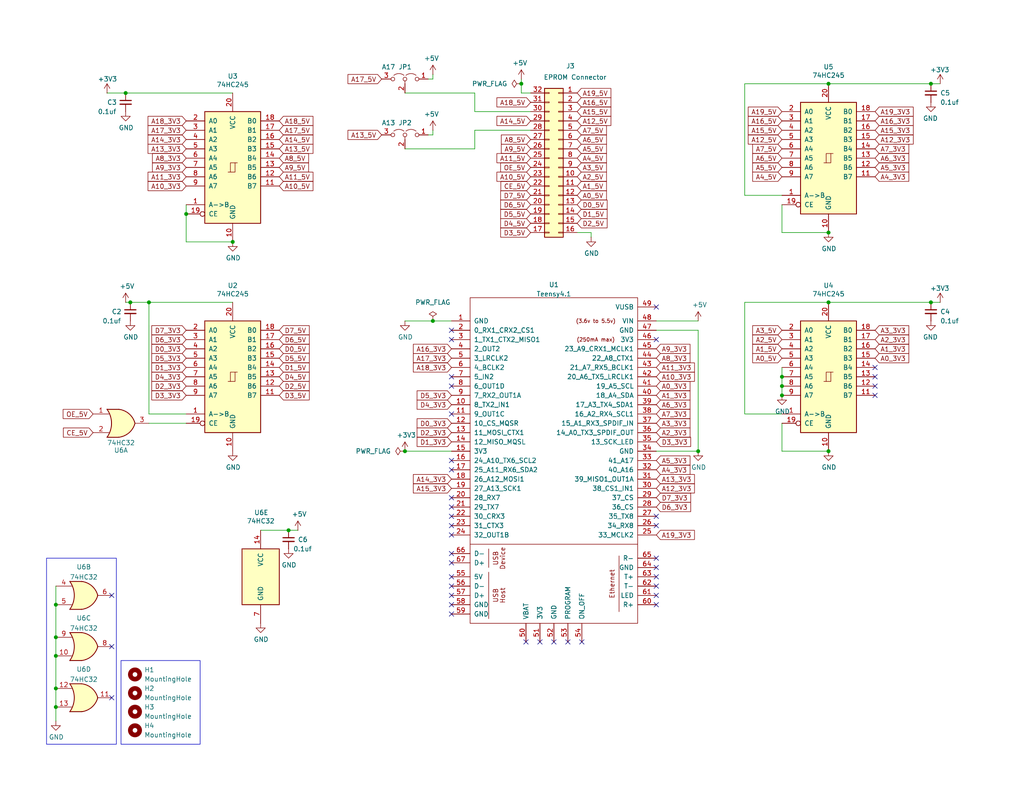
<source format=kicad_sch>
(kicad_sch (version 20231120) (generator "eeschema") (generator_version "8.0")
  (paper "USLetter")
  (title_block (title "EPROM Emulator") (date "2024-08-17") (rev "D") (company "Brian Peek"))
  (lib_symbols
    (symbol "74xx:74HC245" (pin_names (offset 1.016))
      (property "Reference" "U" (at -7.62 16.51 0))
      (property "Value" "74HC245" (at -7.62 -16.51 0))
      (symbol "74HC245_1_0"
        (pin input line (at -12.7 -10.16 0) (length 5.08) (name "A->B") (number "1"))
        (pin power_in line (at 0 -20.32 90) (length 5.08) (name "GND") (number "10"))
        (pin tri_state line (at 12.7 -5.08 180) (length 5.08) (name "B7") (number "11"))
        (pin tri_state line (at 12.7 -2.54 180) (length 5.08) (name "B6") (number "12"))
        (pin tri_state line (at 12.7 0 180) (length 5.08) (name "B5") (number "13"))
        (pin tri_state line (at 12.7 2.54 180) (length 5.08) (name "B4") (number "14"))
        (pin tri_state line (at 12.7 5.08 180) (length 5.08) (name "B3") (number "15"))
        (pin tri_state line (at 12.7 7.62 180) (length 5.08) (name "B2") (number "16"))
        (pin tri_state line (at 12.7 10.16 180) (length 5.08) (name "B1") (number "17"))
        (pin tri_state line (at 12.7 12.7 180) (length 5.08) (name "B0") (number "18"))
        (pin input inverted (at -12.7 -12.7 0) (length 5.08) (name "CE") (number "19"))
        (pin tri_state line (at -12.7 12.7 0) (length 5.08) (name "A0") (number "2"))
        (pin power_in line (at 0 20.32 270) (length 5.08) (name "VCC") (number "20"))
        (pin tri_state line (at -12.7 10.16 0) (length 5.08) (name "A1") (number "3"))
        (pin tri_state line (at -12.7 7.62 0) (length 5.08) (name "A2") (number "4"))
        (pin tri_state line (at -12.7 5.08 0) (length 5.08) (name "A3") (number "5"))
        (pin tri_state line (at -12.7 2.54 0) (length 5.08) (name "A4") (number "6"))
        (pin tri_state line (at -12.7 0 0) (length 5.08) (name "A5") (number "7"))
        (pin tri_state line (at -12.7 -2.54 0) (length 5.08) (name "A6") (number "8"))
        (pin tri_state line (at -12.7 -5.08 0) (length 5.08) (name "A7") (number "9"))
      )
    )
    (symbol "74xx:74LS32" (pin_names (offset 1.016))
      (property "Reference" "U" (at 0 1.27 0))
      (property "Value" "74LS32" (at 0 -1.27 0))
      (symbol "74LS32_1_1"
        (pin input line (at -7.62 2.54 0) (length 4.318) (name "~") (number "1"))
        (pin input line (at -7.62 -2.54 0) (length 4.318) (name "~") (number "2"))
        (pin output line (at 7.62 0 180) (length 3.81) (name "~") (number "3"))
      )
      (symbol "74LS32_1_2"
        (pin input inverted (at -7.62 2.54 0) (length 3.81) (name "~") (number "1"))
        (pin input inverted (at -7.62 -2.54 0) (length 3.81) (name "~") (number "2"))
        (pin output inverted (at 7.62 0 180) (length 3.81) (name "~") (number "3"))
      )
      (symbol "74LS32_2_1"
        (pin input line (at -7.62 2.54 0) (length 4.318) (name "~") (number "4"))
        (pin input line (at -7.62 -2.54 0) (length 4.318) (name "~") (number "5"))
        (pin output line (at 7.62 0 180) (length 3.81) (name "~") (number "6"))
      )
      (symbol "74LS32_2_2"
        (pin input inverted (at -7.62 2.54 0) (length 3.81) (name "~") (number "4"))
        (pin input inverted (at -7.62 -2.54 0) (length 3.81) (name "~") (number "5"))
        (pin output inverted (at 7.62 0 180) (length 3.81) (name "~") (number "6"))
      )
      (symbol "74LS32_3_1"
        (pin input line (at -7.62 -2.54 0) (length 4.318) (name "~") (number "10"))
        (pin output line (at 7.62 0 180) (length 3.81) (name "~") (number "8"))
        (pin input line (at -7.62 2.54 0) (length 4.318) (name "~") (number "9"))
      )
      (symbol "74LS32_3_2"
        (pin input inverted (at -7.62 -2.54 0) (length 3.81) (name "~") (number "10"))
        (pin output inverted (at 7.62 0 180) (length 3.81) (name "~") (number "8"))
        (pin input inverted (at -7.62 2.54 0) (length 3.81) (name "~") (number "9"))
      )
      (symbol "74LS32_4_1"
        (pin output line (at 7.62 0 180) (length 3.81) (name "~") (number "11"))
        (pin input line (at -7.62 2.54 0) (length 4.318) (name "~") (number "12"))
        (pin input line (at -7.62 -2.54 0) (length 4.318) (name "~") (number "13"))
      )
      (symbol "74LS32_4_2"
        (pin output inverted (at 7.62 0 180) (length 3.81) (name "~") (number "11"))
        (pin input inverted (at -7.62 2.54 0) (length 3.81) (name "~") (number "12"))
        (pin input inverted (at -7.62 -2.54 0) (length 3.81) (name "~") (number "13"))
      )
      (symbol "74LS32_5_0"
        (pin power_in line (at 0 12.7 270) (length 5.08) (name "VCC") (number "14"))
        (pin power_in line (at 0 -12.7 90) (length 5.08) (name "GND") (number "7"))
      )
    )
    (symbol "Connector_Generic:Conn_02x16_Counter_Clockwise" (pin_names (offset 1.016) hide)
      (property "Reference" "J" (at 1.27 20.32 0))
      (property "Value" "Conn_02x16_Counter_Clockwise" (at 1.27 -22.86 0))
      (symbol "Conn_02x16_Counter_Clockwise_1_1"
        (pin passive line (at -5.08 17.78 0) (length 3.81) (name "Pin_1") (number "1"))
        (pin passive line (at -5.08 -5.08 0) (length 3.81) (name "Pin_10") (number "10"))
        (pin passive line (at -5.08 -7.62 0) (length 3.81) (name "Pin_11") (number "11"))
        (pin passive line (at -5.08 -10.16 0) (length 3.81) (name "Pin_12") (number "12"))
        (pin passive line (at -5.08 -12.7 0) (length 3.81) (name "Pin_13") (number "13"))
        (pin passive line (at -5.08 -15.24 0) (length 3.81) (name "Pin_14") (number "14"))
        (pin passive line (at -5.08 -17.78 0) (length 3.81) (name "Pin_15") (number "15"))
        (pin passive line (at -5.08 -20.32 0) (length 3.81) (name "Pin_16") (number "16"))
        (pin passive line (at 7.62 -20.32 180) (length 3.81) (name "Pin_17") (number "17"))
        (pin passive line (at 7.62 -17.78 180) (length 3.81) (name "Pin_18") (number "18"))
        (pin passive line (at 7.62 -15.24 180) (length 3.81) (name "Pin_19") (number "19"))
        (pin passive line (at -5.08 15.24 0) (length 3.81) (name "Pin_2") (number "2"))
        (pin passive line (at 7.62 -12.7 180) (length 3.81) (name "Pin_20") (number "20"))
        (pin passive line (at 7.62 -10.16 180) (length 3.81) (name "Pin_21") (number "21"))
        (pin passive line (at 7.62 -7.62 180) (length 3.81) (name "Pin_22") (number "22"))
        (pin passive line (at 7.62 -5.08 180) (length 3.81) (name "Pin_23") (number "23"))
        (pin passive line (at 7.62 -2.54 180) (length 3.81) (name "Pin_24") (number "24"))
        (pin passive line (at 7.62 0 180) (length 3.81) (name "Pin_25") (number "25"))
        (pin passive line (at 7.62 2.54 180) (length 3.81) (name "Pin_26") (number "26"))
        (pin passive line (at 7.62 5.08 180) (length 3.81) (name "Pin_27") (number "27"))
        (pin passive line (at 7.62 7.62 180) (length 3.81) (name "Pin_28") (number "28"))
        (pin passive line (at 7.62 10.16 180) (length 3.81) (name "Pin_29") (number "29"))
        (pin passive line (at -5.08 12.7 0) (length 3.81) (name "Pin_3") (number "3"))
        (pin passive line (at 7.62 12.7 180) (length 3.81) (name "Pin_30") (number "30"))
        (pin passive line (at 7.62 15.24 180) (length 3.81) (name "Pin_31") (number "31"))
        (pin passive line (at 7.62 17.78 180) (length 3.81) (name "Pin_32") (number "32"))
        (pin passive line (at -5.08 10.16 0) (length 3.81) (name "Pin_4") (number "4"))
        (pin passive line (at -5.08 7.62 0) (length 3.81) (name "Pin_5") (number "5"))
        (pin passive line (at -5.08 5.08 0) (length 3.81) (name "Pin_6") (number "6"))
        (pin passive line (at -5.08 2.54 0) (length 3.81) (name "Pin_7") (number "7"))
        (pin passive line (at -5.08 0 0) (length 3.81) (name "Pin_8") (number "8"))
        (pin passive line (at -5.08 -2.54 0) (length 3.81) (name "Pin_9") (number "9"))
      )
    )
    (symbol "Device:C_Small" (pin_numbers hide) (pin_names (offset 0.254) hide)
      (property "Reference" "C" (at 0.254 1.778 0))
      (property "Value" "C_Small" (at 0.254 -2.032 0))
      (symbol "C_Small_1_1"
        (pin passive line (at 0 2.54 270) (length 2.032) (name "~") (number "1"))
        (pin passive line (at 0 -2.54 90) (length 2.032) (name "~") (number "2"))
      )
    )
    (symbol "Jumper:Jumper_3_Open" (pin_names (offset 0) hide) (exclude_from_sim yes) (in_bom no)
      (property "Reference" "JP" (at -2.54 -2.54 0))
      (property "Value" "Jumper_3_Open" (at 0 2.794 0))
      (symbol "Jumper_3_Open_1_1"
        (pin passive line (at -6.35 0 0) (length 2.54) (name "A") (number "1"))
        (pin passive line (at 0 -3.81 90) (length 2.54) (name "C") (number "2"))
        (pin passive line (at 6.35 0 180) (length 2.54) (name "B") (number "3"))
      )
    )
    (symbol "Mechanical:MountingHole" (pin_names (offset 1.016)) (exclude_from_sim yes) (in_bom no)
      (property "Reference" "H" (at 0 5.08 0))
      (property "Value" "MountingHole" (at 0 3.175 0))
    )
    (symbol "power:+3.3V" (power) (pin_numbers hide) (pin_names (offset 0) hide)
      (property "Value" "+3.3V" (at 0 3.556 0))
      (symbol "+3.3V_1_1"
        (pin power_in line (at 0 0 90) (length 0) (name "~") (number "1"))
      )
    )
    (symbol "power:+5V" (power) (pin_numbers hide) (pin_names (offset 0) hide)
      (property "Value" "+5V" (at 0 3.556 0))
      (symbol "+5V_1_1"
        (pin power_in line (at 0 0 90) (length 0) (name "~") (number "1"))
      )
    )
    (symbol "power:GND" (power) (pin_numbers hide) (pin_names (offset 0) hide)
      (property "Value" "GND" (at 0 -3.81 0))
      (symbol "GND_1_1"
        (pin power_in line (at 0 0 270) (length 0) (name "~") (number "1"))
      )
    )
    (symbol "power:PWR_FLAG" (power) (pin_numbers hide) (pin_names (offset 0) hide)
      (property "Value" "PWR_FLAG" (at 0 3.81 0))
      (symbol "PWR_FLAG_0_0"
        (pin power_out line (at 0 0 90) (length 0) (name "~") (number "1"))
      )
    )
    (symbol "teensy:Teensy4.1" (pin_names (offset 1.016))
      (property "Reference" "U" (at 0 64.77 0))
      (property "Value" "Teensy4.1" (at 0 62.23 0))
      (symbol "Teensy4.1_0_0"
        (text "(250mA max)" (at 11.43 49.53 0) (effects (font (size 1.016 1.016))))
        (text "(3.6v to 5.5v)" (at 11.43 54.61 0) (effects (font (size 1.016 1.016))))
        (text "Device" (at -13.97 -10.16 900) (effects (font (size 1.27 1.27))))
        (text "Ethernet" (at 15.875 -17.145 900) (effects (font (size 1.27 1.27))))
        (text "Host" (at -13.97 -20.32 900) (effects (font (size 1.27 1.27))))
        (text "USB" (at -15.875 -20.32 900) (effects (font (size 1.27 1.27))))
        (text "USB" (at -15.875 -10.16 900) (effects (font (size 1.27 1.27))))
        (pin bidirectional line (at -27.94 31.75 0) (length 5.08) (name "8_TX2_IN1") (number "10"))
        (pin bidirectional line (at -27.94 29.21 0) (length 5.08) (name "9_OUT1C") (number "11"))
        (pin bidirectional line (at -27.94 26.67 0) (length 5.08) (name "10_CS_MQSR") (number "12"))
        (pin bidirectional line (at -27.94 24.13 0) (length 5.08) (name "11_MOSI_CTX1") (number "13"))
        (pin bidirectional line (at -27.94 21.59 0) (length 5.08) (name "12_MISO_MQSL") (number "14"))
        (pin power_in line (at -27.94 19.05 0) (length 5.08) (name "3V3") (number "15"))
        (pin bidirectional line (at -27.94 16.51 0) (length 5.08) (name "24_A10_TX6_SCL2") (number "16"))
        (pin bidirectional line (at -27.94 13.97 0) (length 5.08) (name "25_A11_RX6_SDA2") (number "17"))
        (pin bidirectional line (at -27.94 11.43 0) (length 5.08) (name "26_A12_MOSI1") (number "18"))
        (pin bidirectional line (at -27.94 8.89 0) (length 5.08) (name "27_A13_SCK1") (number "19"))
        (pin bidirectional line (at -27.94 6.35 0) (length 5.08) (name "28_RX7") (number "20"))
        (pin bidirectional line (at -27.94 3.81 0) (length 5.08) (name "29_TX7") (number "21"))
        (pin bidirectional line (at -27.94 1.27 0) (length 5.08) (name "30_CRX3") (number "22"))
        (pin bidirectional line (at -27.94 -1.27 0) (length 5.08) (name "31_CTX3") (number "23"))
        (pin bidirectional line (at -27.94 -3.81 0) (length 5.08) (name "32_OUT1B") (number "24"))
        (pin bidirectional line (at 27.94 -3.81 180) (length 5.08) (name "33_MCLK2") (number "25"))
        (pin bidirectional line (at 27.94 -1.27 180) (length 5.08) (name "34_RX8") (number "26"))
        (pin bidirectional line (at 27.94 1.27 180) (length 5.08) (name "35_TX8") (number "27"))
        (pin bidirectional line (at 27.94 3.81 180) (length 5.08) (name "36_CS") (number "28"))
        (pin bidirectional line (at 27.94 6.35 180) (length 5.08) (name "37_CS") (number "29"))
        (pin bidirectional line (at 27.94 8.89 180) (length 5.08) (name "38_CS1_IN1") (number "30"))
        (pin bidirectional line (at 27.94 11.43 180) (length 5.08) (name "39_MISO1_OUT1A") (number "31"))
        (pin bidirectional line (at 27.94 13.97 180) (length 5.08) (name "40_A16") (number "32"))
        (pin bidirectional line (at 27.94 16.51 180) (length 5.08) (name "41_A17") (number "33"))
        (pin bidirectional line (at 27.94 21.59 180) (length 5.08) (name "13_SCK_LED") (number "35"))
        (pin bidirectional line (at 27.94 24.13 180) (length 5.08) (name "14_A0_TX3_SPDIF_OUT") (number "36"))
        (pin bidirectional line (at 27.94 26.67 180) (length 5.08) (name "15_A1_RX3_SPDIF_IN") (number "37"))
        (pin bidirectional line (at 27.94 29.21 180) (length 5.08) (name "16_A2_RX4_SCL1") (number "38"))
        (pin bidirectional line (at 27.94 31.75 180) (length 5.08) (name "17_A3_TX4_SDA1") (number "39"))
        (pin bidirectional line (at 27.94 34.29 180) (length 5.08) (name "18_A4_SDA") (number "40"))
        (pin bidirectional line (at 27.94 36.83 180) (length 5.08) (name "19_A5_SCL") (number "41"))
        (pin bidirectional line (at 27.94 39.37 180) (length 5.08) (name "20_A6_TX5_LRCLK1") (number "42"))
        (pin bidirectional line (at 27.94 41.91 180) (length 5.08) (name "21_A7_RX5_BCLK1") (number "43"))
        (pin bidirectional line (at 27.94 44.45 180) (length 5.08) (name "22_A8_CTX1") (number "44"))
        (pin bidirectional line (at 27.94 46.99 180) (length 5.08) (name "23_A9_CRX1_MCLK1") (number "45"))
        (pin output line (at 27.94 49.53 180) (length 5.08) (name "3V3") (number "46"))
        (pin power_in line (at 27.94 52.07 180) (length 5.08) (name "GND") (number "47"))
        (pin power_in line (at 27.94 54.61 180) (length 5.08) (name "VIN") (number "48"))
        (pin power_out line (at 27.94 58.42 180) (length 5.08) (name "VUSB") (number "49"))
        (pin bidirectional line (at -27.94 44.45 0) (length 5.08) (name "3_LRCLK2") (number "5"))
        (pin power_in line (at -7.62 -33.02 90) (length 5.08) (name "VBAT") (number "50"))
        (pin power_in line (at -3.81 -33.02 90) (length 5.08) (name "3V3") (number "51"))
        (pin input line (at 0 -33.02 90) (length 5.08) (name "GND") (number "52"))
        (pin input line (at 3.81 -33.02 90) (length 5.08) (name "PROGRAM") (number "53"))
        (pin input line (at 7.62 -33.02 90) (length 5.08) (name "ON_OFF") (number "54"))
        (pin power_out line (at -27.94 -15.24 0) (length 5.08) (name "5V") (number "55"))
        (pin bidirectional line (at -27.94 -17.78 0) (length 5.08) (name "D-") (number "56"))
        (pin bidirectional line (at -27.94 -20.32 0) (length 5.08) (name "D+") (number "57"))
        (pin power_in line (at -27.94 -22.86 0) (length 5.08) (name "GND") (number "58"))
        (pin power_in line (at -27.94 -25.4 0) (length 5.08) (name "GND") (number "59"))
        (pin bidirectional line (at -27.94 41.91 0) (length 5.08) (name "4_BCLK2") (number "6"))
        (pin bidirectional line (at 27.94 -22.86 180) (length 5.08) (name "R+") (number "60"))
        (pin bidirectional line (at 27.94 -20.32 180) (length 5.08) (name "LED") (number "61"))
        (pin bidirectional line (at 27.94 -17.78 180) (length 5.08) (name "T-") (number "62"))
        (pin bidirectional line (at 27.94 -15.24 180) (length 5.08) (name "T+") (number "63"))
        (pin power_in line (at 27.94 -12.7 180) (length 5.08) (name "GND") (number "64"))
        (pin bidirectional line (at 27.94 -10.16 180) (length 5.08) (name "R-") (number "65"))
        (pin bidirectional line (at -27.94 -8.89 0) (length 5.08) (name "D-") (number "66"))
        (pin bidirectional line (at -27.94 -11.43 0) (length 5.08) (name "D+") (number "67"))
        (pin bidirectional line (at -27.94 39.37 0) (length 5.08) (name "5_IN2") (number "7"))
        (pin bidirectional line (at -27.94 36.83 0) (length 5.08) (name "6_OUT1D") (number "8"))
        (pin bidirectional line (at -27.94 34.29 0) (length 5.08) (name "7_RX2_OUT1A") (number "9"))
      )
      (symbol "Teensy4.1_1_1"
        (pin power_in line (at -27.94 54.61 0) (length 5.08) (name "GND") (number "1"))
        (pin bidirectional line (at -27.94 52.07 0) (length 5.08) (name "0_RX1_CRX2_CS1") (number "2"))
        (pin bidirectional line (at -27.94 49.53 0) (length 5.08) (name "1_TX1_CTX2_MISO1") (number "3"))
        (pin power_in line (at 27.94 19.05 180) (length 5.08) (name "GND") (number "34"))
        (pin bidirectional line (at -27.94 46.99 0) (length 5.08) (name "2_OUT2") (number "4"))
      )
    )
  )
  (junction (at 226.06 63.5))
  (junction (at 226.06 123.19))
  (junction (at 15.24 187.96))
  (junction (at 78.74 144.78))
  (junction (at 226.06 22.86))
  (junction (at 213.36 105.41))
  (junction (at 110.49 123.19))
  (junction (at 35.56 82.55))
  (junction (at 254 22.86))
  (junction (at 213.36 102.87))
  (junction (at 226.06 82.55))
  (junction (at 15.24 193.04))
  (junction (at 40.64 82.55))
  (junction (at 15.24 179.07))
  (junction (at 15.24 173.99))
  (junction (at 142.24 22.86))
  (junction (at 118.11 87.63))
  (junction (at 254 82.55))
  (junction (at 213.36 107.95))
  (junction (at 34.29 25.4))
  (junction (at 63.5 66.04))
  (junction (at 50.8 58.42))
  (junction (at 15.24 165.1))
  (junction (at 190.5 123.19))
  (no_connect (at 123.19 135.89))
  (no_connect (at 238.76 105.41))
  (no_connect (at 123.19 113.03))
  (no_connect (at 123.19 90.17))
  (no_connect (at 123.19 143.51))
  (no_connect (at 158.75 175.26))
  (no_connect (at 123.19 140.97))
  (no_connect (at 123.19 128.27))
  (no_connect (at 179.07 160.02))
  (no_connect (at 179.07 143.51))
  (no_connect (at 123.19 125.73))
  (no_connect (at 238.76 102.87))
  (no_connect (at 123.19 157.48))
  (no_connect (at 147.32 175.26))
  (no_connect (at 123.19 105.41))
  (no_connect (at 123.19 92.71))
  (no_connect (at 123.19 167.64))
  (no_connect (at 151.13 175.26))
  (no_connect (at 123.19 146.05))
  (no_connect (at 179.07 92.71))
  (no_connect (at 179.07 140.97))
  (no_connect (at 30.48 190.5))
  (no_connect (at 30.48 176.53))
  (no_connect (at 179.07 157.48))
  (no_connect (at 238.76 100.33))
  (no_connect (at 123.19 160.02))
  (no_connect (at 154.94 175.26))
  (no_connect (at 123.19 162.56))
  (no_connect (at 123.19 165.1))
  (no_connect (at 179.07 154.94))
  (no_connect (at 179.07 162.56))
  (no_connect (at 123.19 138.43))
  (no_connect (at 143.51 175.26))
  (no_connect (at 238.76 107.95))
  (no_connect (at 179.07 165.1))
  (no_connect (at 123.19 102.87))
  (no_connect (at 179.07 83.82))
  (no_connect (at 123.19 151.13))
  (no_connect (at 123.19 153.67))
  (no_connect (at 30.48 162.56))
  (no_connect (at 179.07 152.4))
  (wire (pts (xy 161.29 63.5) (xy 161.29 64.77)))
  (wire (pts (xy 203.2 53.34) (xy 213.36 53.34)))
  (wire (pts (xy 118.11 87.63) (xy 123.19 87.63)))
  (wire (pts (xy 34.29 82.55) (xy 35.56 82.55)))
  (wire (pts (xy 226.06 22.86) (xy 254 22.86)))
  (wire (pts (xy 226.06 22.86) (xy 203.2 22.86)))
  (wire (pts (xy 118.11 20.32) (xy 118.11 21.59)))
  (wire (pts (xy 203.2 82.55) (xy 203.2 113.03)))
  (wire (pts (xy 213.36 55.88) (xy 213.36 63.5)))
  (wire (pts (xy 15.24 179.07) (xy 15.24 187.96)))
  (wire (pts (xy 256.54 22.86) (xy 254 22.86)))
  (wire (pts (xy 40.64 115.57) (xy 50.8 115.57)))
  (wire (pts (xy 142.24 25.4) (xy 144.78 25.4)))
  (wire (pts (xy 118.11 21.59) (xy 116.84 21.59)))
  (wire (pts (xy 203.2 113.03) (xy 213.36 113.03)))
  (wire (pts (xy 50.8 58.42) (xy 50.8 66.04)))
  (wire (pts (xy 15.24 173.99) (xy 15.24 179.07)))
  (wire (pts (xy 34.29 25.4) (xy 63.5 25.4)))
  (wire (pts (xy 213.36 105.41) (xy 213.36 107.95)))
  (wire (pts (xy 226.06 82.55) (xy 203.2 82.55)))
  (wire (pts (xy 144.78 30.48) (xy 129.54 30.48)))
  (wire (pts (xy 15.24 165.1) (xy 15.24 173.99)))
  (wire (pts (xy 29.21 25.4) (xy 34.29 25.4)))
  (wire (pts (xy 179.07 87.63) (xy 190.5 87.63)))
  (wire (pts (xy 129.54 40.64) (xy 110.49 40.64)))
  (wire (pts (xy 213.36 100.33) (xy 213.36 102.87)))
  (wire (pts (xy 118.11 36.83) (xy 116.84 36.83)))
  (wire (pts (xy 190.5 123.19) (xy 179.07 123.19)))
  (wire (pts (xy 71.12 144.78) (xy 78.74 144.78)))
  (wire (pts (xy 157.48 63.5) (xy 161.29 63.5)))
  (wire (pts (xy 110.49 123.19) (xy 123.19 123.19)))
  (wire (pts (xy 78.74 144.78) (xy 81.28 144.78)))
  (wire (pts (xy 40.64 113.03) (xy 40.64 82.55)))
  (wire (pts (xy 142.24 22.86) (xy 142.24 25.4)))
  (wire (pts (xy 144.78 35.56) (xy 129.54 35.56)))
  (wire (pts (xy 40.64 113.03) (xy 50.8 113.03)))
  (wire (pts (xy 129.54 35.56) (xy 129.54 40.64)))
  (wire (pts (xy 213.36 102.87) (xy 213.36 105.41)))
  (wire (pts (xy 213.36 63.5) (xy 226.06 63.5)))
  (wire (pts (xy 118.11 35.56) (xy 118.11 36.83)))
  (wire (pts (xy 226.06 123.19) (xy 213.36 123.19)))
  (wire (pts (xy 15.24 160.02) (xy 15.24 165.1)))
  (wire (pts (xy 50.8 55.88) (xy 50.8 58.42)))
  (wire (pts (xy 226.06 82.55) (xy 254 82.55)))
  (wire (pts (xy 190.5 123.19) (xy 190.5 90.17)))
  (wire (pts (xy 203.2 22.86) (xy 203.2 53.34)))
  (wire (pts (xy 15.24 193.04) (xy 15.24 196.85)))
  (wire (pts (xy 110.49 87.63) (xy 118.11 87.63)))
  (wire (pts (xy 63.5 66.04) (xy 50.8 66.04)))
  (wire (pts (xy 129.54 30.48) (xy 129.54 25.4)))
  (wire (pts (xy 190.5 90.17) (xy 179.07 90.17)))
  (wire (pts (xy 256.54 82.55) (xy 254 82.55)))
  (wire (pts (xy 35.56 82.55) (xy 40.64 82.55)))
  (wire (pts (xy 213.36 115.57) (xy 213.36 123.19)))
  (wire (pts (xy 129.54 25.4) (xy 110.49 25.4)))
  (wire (pts (xy 142.24 21.59) (xy 142.24 22.86)))
  (wire (pts (xy 40.64 82.55) (xy 63.5 82.55)))
  (wire (pts (xy 15.24 187.96) (xy 15.24 193.04)))
  (rectangle (start 12.7 152.4) (end 31.75 203.2))
  (rectangle (start 33.02 180.34) (end 54.61 203.2))
  (global_label "D0_5V" (shape input) (at 157.48 55.88 0) (property "Intersheetrefs" "${INTERSHEET_REFS}" (effects (hide yes))))
  (global_label "D1_3V3" (shape input) (at 123.19 120.65 180) (property "Intersheetrefs" "${INTERSHEET_REFS}" (effects (hide yes))))
  (global_label "A0_5V" (shape input) (at 213.36 97.79 180) (property "Intersheetrefs" "${INTERSHEET_REFS}" (effects (hide yes))))
  (global_label "A6_3V3" (shape input) (at 238.76 43.18 0) (property "Intersheetrefs" "${INTERSHEET_REFS}" (effects (hide yes))))
  (global_label "A4_5V" (shape input) (at 157.48 43.18 0) (property "Intersheetrefs" "${INTERSHEET_REFS}" (effects (hide yes))))
  (global_label "A14_5V" (shape input) (at 144.78 33.02 180) (property "Intersheetrefs" "${INTERSHEET_REFS}" (effects (hide yes))))
  (global_label "A1_3V3" (shape input) (at 238.76 95.25 0) (property "Intersheetrefs" "${INTERSHEET_REFS}" (effects (hide yes))))
  (global_label "A14_3V3" (shape input) (at 123.19 130.81 180) (property "Intersheetrefs" "${INTERSHEET_REFS}" (effects (hide yes))))
  (global_label "A15_5V" (shape input) (at 213.36 35.56 180) (property "Intersheetrefs" "${INTERSHEET_REFS}" (effects (hide yes))))
  (global_label "A19_3V3" (shape input) (at 238.76 30.48 0) (property "Intersheetrefs" "${INTERSHEET_REFS}" (effects (hide yes))))
  (global_label "D4_3V3" (shape input) (at 123.19 110.49 180) (property "Intersheetrefs" "${INTERSHEET_REFS}" (effects (hide yes))))
  (global_label "D5_3V3" (shape input) (at 123.19 107.95 180) (property "Intersheetrefs" "${INTERSHEET_REFS}" (effects (hide yes))))
  (global_label "A17_3V3" (shape input) (at 123.19 97.79 180) (property "Intersheetrefs" "${INTERSHEET_REFS}" (effects (hide yes))))
  (global_label "D2_5V" (shape input) (at 76.2 105.41 0) (property "Intersheetrefs" "${INTERSHEET_REFS}" (effects (hide yes))))
  (global_label "A9_5V" (shape input) (at 144.78 40.64 180) (property "Intersheetrefs" "${INTERSHEET_REFS}" (effects (hide yes))))
  (global_label "A2_3V3" (shape input) (at 179.07 118.11 0) (property "Intersheetrefs" "${INTERSHEET_REFS}" (effects (hide yes))))
  (global_label "A9_3V3" (shape input) (at 50.8 45.72 180) (property "Intersheetrefs" "${INTERSHEET_REFS}" (effects (hide yes))))
  (global_label "A15_3V3" (shape input) (at 238.76 35.56 0) (property "Intersheetrefs" "${INTERSHEET_REFS}" (effects (hide yes))))
  (global_label "A15_5V" (shape input) (at 157.48 30.48 0) (property "Intersheetrefs" "${INTERSHEET_REFS}" (effects (hide yes))))
  (global_label "A5_5V" (shape input) (at 213.36 45.72 180) (property "Intersheetrefs" "${INTERSHEET_REFS}" (effects (hide yes))))
  (global_label "D7_5V" (shape input) (at 144.78 53.34 180) (property "Intersheetrefs" "${INTERSHEET_REFS}" (effects (hide yes))))
  (global_label "A12_3V3" (shape input) (at 179.07 133.35 0) (property "Intersheetrefs" "${INTERSHEET_REFS}" (effects (hide yes))))
  (global_label "D2_3V3" (shape input) (at 50.8 105.41 180) (property "Intersheetrefs" "${INTERSHEET_REFS}" (effects (hide yes))))
  (global_label "A2_5V" (shape input) (at 157.48 48.26 0) (property "Intersheetrefs" "${INTERSHEET_REFS}" (effects (hide yes))))
  (global_label "A0_3V3" (shape input) (at 179.07 105.41 0) (property "Intersheetrefs" "${INTERSHEET_REFS}" (effects (hide yes))))
  (global_label "A9_3V3" (shape input) (at 179.07 95.25 0) (property "Intersheetrefs" "${INTERSHEET_REFS}" (effects (hide yes))))
  (global_label "A13_5V" (shape input) (at 76.2 40.64 0) (property "Intersheetrefs" "${INTERSHEET_REFS}" (effects (hide yes))))
  (global_label "A0_5V" (shape input) (at 157.48 53.34 0) (property "Intersheetrefs" "${INTERSHEET_REFS}" (effects (hide yes))))
  (global_label "D3_5V" (shape input) (at 144.78 63.5 180) (property "Intersheetrefs" "${INTERSHEET_REFS}" (effects (hide yes))))
  (global_label "D3_5V" (shape input) (at 76.2 107.95 0) (property "Intersheetrefs" "${INTERSHEET_REFS}" (effects (hide yes))))
  (global_label "D2_5V" (shape input) (at 157.48 60.96 0) (property "Intersheetrefs" "${INTERSHEET_REFS}" (effects (hide yes))))
  (global_label "A16_5V" (shape input) (at 157.48 27.94 0) (property "Intersheetrefs" "${INTERSHEET_REFS}" (effects (hide yes))))
  (global_label "A16_3V3" (shape input) (at 123.19 95.25 180) (property "Intersheetrefs" "${INTERSHEET_REFS}" (effects (hide yes))))
  (global_label "D2_3V3" (shape input) (at 123.19 118.11 180) (property "Intersheetrefs" "${INTERSHEET_REFS}" (effects (hide yes))))
  (global_label "A10_5V" (shape input) (at 76.2 50.8 0) (property "Intersheetrefs" "${INTERSHEET_REFS}" (effects (hide yes))))
  (global_label "A17_5V" (shape input) (at 104.14 21.59 180) (property "Intersheetrefs" "${INTERSHEET_REFS}" (effects (hide yes))))
  (global_label "CE_5V" (shape input) (at 25.4 118.11 180) (property "Intersheetrefs" "${INTERSHEET_REFS}" (effects (hide yes))))
  (global_label "A1_3V3" (shape input) (at 179.07 107.95 0) (property "Intersheetrefs" "${INTERSHEET_REFS}" (effects (hide yes))))
  (global_label "A7_3V3" (shape input) (at 238.76 40.64 0) (property "Intersheetrefs" "${INTERSHEET_REFS}" (effects (hide yes))))
  (global_label "A4_5V" (shape input) (at 213.36 48.26 180) (property "Intersheetrefs" "${INTERSHEET_REFS}" (effects (hide yes))))
  (global_label "A2_5V" (shape input) (at 213.36 92.71 180) (property "Intersheetrefs" "${INTERSHEET_REFS}" (effects (hide yes))))
  (global_label "A2_3V3" (shape input) (at 238.76 92.71 0) (property "Intersheetrefs" "${INTERSHEET_REFS}" (effects (hide yes))))
  (global_label "A18_3V3" (shape input) (at 50.8 33.02 180) (property "Intersheetrefs" "${INTERSHEET_REFS}" (effects (hide yes))))
  (global_label "A0_3V3" (shape input) (at 238.76 97.79 0) (property "Intersheetrefs" "${INTERSHEET_REFS}" (effects (hide yes))))
  (global_label "A6_3V3" (shape input) (at 179.07 110.49 0) (property "Intersheetrefs" "${INTERSHEET_REFS}" (effects (hide yes))))
  (global_label "D6_5V" (shape input) (at 76.2 92.71 0) (property "Intersheetrefs" "${INTERSHEET_REFS}" (effects (hide yes))))
  (global_label "D5_5V" (shape input) (at 76.2 97.79 0) (property "Intersheetrefs" "${INTERSHEET_REFS}" (effects (hide yes))))
  (global_label "A3_3V3" (shape input) (at 238.76 90.17 0) (property "Intersheetrefs" "${INTERSHEET_REFS}" (effects (hide yes))))
  (global_label "A17_5V" (shape input) (at 76.2 35.56 0) (property "Intersheetrefs" "${INTERSHEET_REFS}" (effects (hide yes))))
  (global_label "A6_5V" (shape input) (at 157.48 38.1 0) (property "Intersheetrefs" "${INTERSHEET_REFS}" (effects (hide yes))))
  (global_label "D4_3V3" (shape input) (at 50.8 102.87 180) (property "Intersheetrefs" "${INTERSHEET_REFS}" (effects (hide yes))))
  (global_label "A3_5V" (shape input) (at 157.48 45.72 0) (property "Intersheetrefs" "${INTERSHEET_REFS}" (effects (hide yes))))
  (global_label "D0_3V3" (shape input) (at 50.8 95.25 180) (property "Intersheetrefs" "${INTERSHEET_REFS}" (effects (hide yes))))
  (global_label "A10_5V" (shape input) (at 144.78 48.26 180) (property "Intersheetrefs" "${INTERSHEET_REFS}" (effects (hide yes))))
  (global_label "A13_3V3" (shape input) (at 179.07 130.81 0) (property "Intersheetrefs" "${INTERSHEET_REFS}" (effects (hide yes))))
  (global_label "A18_5V" (shape input) (at 76.2 33.02 0) (property "Intersheetrefs" "${INTERSHEET_REFS}" (effects (hide yes))))
  (global_label "D6_3V3" (shape input) (at 50.8 92.71 180) (property "Intersheetrefs" "${INTERSHEET_REFS}" (effects (hide yes))))
  (global_label "A16_3V3" (shape input) (at 238.76 33.02 0) (property "Intersheetrefs" "${INTERSHEET_REFS}" (effects (hide yes))))
  (global_label "A11_3V3" (shape input) (at 50.8 48.26 180) (property "Intersheetrefs" "${INTERSHEET_REFS}" (effects (hide yes))))
  (global_label "A13_5V" (shape input) (at 104.14 36.83 180) (property "Intersheetrefs" "${INTERSHEET_REFS}" (effects (hide yes))))
  (global_label "A14_5V" (shape input) (at 76.2 38.1 0) (property "Intersheetrefs" "${INTERSHEET_REFS}" (effects (hide yes))))
  (global_label "A7_5V" (shape input) (at 213.36 40.64 180) (property "Intersheetrefs" "${INTERSHEET_REFS}" (effects (hide yes))))
  (global_label "D1_3V3" (shape input) (at 50.8 100.33 180) (property "Intersheetrefs" "${INTERSHEET_REFS}" (effects (hide yes))))
  (global_label "A18_3V3" (shape input) (at 123.19 100.33 180) (property "Intersheetrefs" "${INTERSHEET_REFS}" (effects (hide yes))))
  (global_label "A4_3V3" (shape input) (at 238.76 48.26 0) (property "Intersheetrefs" "${INTERSHEET_REFS}" (effects (hide yes))))
  (global_label "A10_3V3" (shape input) (at 179.07 102.87 0) (property "Intersheetrefs" "${INTERSHEET_REFS}" (effects (hide yes))))
  (global_label "A14_3V3" (shape input) (at 50.8 38.1 180) (property "Intersheetrefs" "${INTERSHEET_REFS}" (effects (hide yes))))
  (global_label "A12_5V" (shape input) (at 157.48 33.02 0) (property "Intersheetrefs" "${INTERSHEET_REFS}" (effects (hide yes))))
  (global_label "D0_5V" (shape input) (at 76.2 95.25 0) (property "Intersheetrefs" "${INTERSHEET_REFS}" (effects (hide yes))))
  (global_label "D3_3V3" (shape input) (at 50.8 107.95 180) (property "Intersheetrefs" "${INTERSHEET_REFS}" (effects (hide yes))))
  (global_label "A1_5V" (shape input) (at 213.36 95.25 180) (property "Intersheetrefs" "${INTERSHEET_REFS}" (effects (hide yes))))
  (global_label "A19_5V" (shape input) (at 157.48 25.4 0) (property "Intersheetrefs" "${INTERSHEET_REFS}" (effects (hide yes))))
  (global_label "D6_3V3" (shape input) (at 179.07 138.43 0) (property "Intersheetrefs" "${INTERSHEET_REFS}" (effects (hide yes))))
  (global_label "A5_5V" (shape input) (at 157.48 40.64 0) (property "Intersheetrefs" "${INTERSHEET_REFS}" (effects (hide yes))))
  (global_label "D3_3V3" (shape input) (at 179.07 120.65 0) (property "Intersheetrefs" "${INTERSHEET_REFS}" (effects (hide yes))))
  (global_label "D4_5V" (shape input) (at 76.2 102.87 0) (property "Intersheetrefs" "${INTERSHEET_REFS}" (effects (hide yes))))
  (global_label "A4_3V3" (shape input) (at 179.07 128.27 0) (property "Intersheetrefs" "${INTERSHEET_REFS}" (effects (hide yes))))
  (global_label "A3_5V" (shape input) (at 213.36 90.17 180) (property "Intersheetrefs" "${INTERSHEET_REFS}" (effects (hide yes))))
  (global_label "D7_3V3" (shape input) (at 50.8 90.17 180) (property "Intersheetrefs" "${INTERSHEET_REFS}" (effects (hide yes))))
  (global_label "A11_3V3" (shape input) (at 179.07 100.33 0) (property "Intersheetrefs" "${INTERSHEET_REFS}" (effects (hide yes))))
  (global_label "D4_5V" (shape input) (at 144.78 60.96 180) (property "Intersheetrefs" "${INTERSHEET_REFS}" (effects (hide yes))))
  (global_label "A19_5V" (shape input) (at 213.36 30.48 180) (property "Intersheetrefs" "${INTERSHEET_REFS}" (effects (hide yes))))
  (global_label "A12_3V3" (shape input) (at 238.76 38.1 0) (property "Intersheetrefs" "${INTERSHEET_REFS}" (effects (hide yes))))
  (global_label "A11_5V" (shape input) (at 144.78 43.18 180) (property "Intersheetrefs" "${INTERSHEET_REFS}" (effects (hide yes))))
  (global_label "A7_3V3" (shape input) (at 179.07 113.03 0) (property "Intersheetrefs" "${INTERSHEET_REFS}" (effects (hide yes))))
  (global_label "OE_5V" (shape input) (at 144.78 45.72 180) (property "Intersheetrefs" "${INTERSHEET_REFS}" (effects (hide yes))))
  (global_label "A5_3V3" (shape input) (at 179.07 125.73 0) (property "Intersheetrefs" "${INTERSHEET_REFS}" (effects (hide yes))))
  (global_label "A8_3V3" (shape input) (at 179.07 97.79 0) (property "Intersheetrefs" "${INTERSHEET_REFS}" (effects (hide yes))))
  (global_label "CE_5V" (shape input) (at 144.78 50.8 180) (property "Intersheetrefs" "${INTERSHEET_REFS}" (effects (hide yes))))
  (global_label "D1_5V" (shape input) (at 76.2 100.33 0) (property "Intersheetrefs" "${INTERSHEET_REFS}" (effects (hide yes))))
  (global_label "A3_3V3" (shape input) (at 179.07 115.57 0) (property "Intersheetrefs" "${INTERSHEET_REFS}" (effects (hide yes))))
  (global_label "A6_5V" (shape input) (at 213.36 43.18 180) (property "Intersheetrefs" "${INTERSHEET_REFS}" (effects (hide yes))))
  (global_label "A11_5V" (shape input) (at 76.2 48.26 0) (property "Intersheetrefs" "${INTERSHEET_REFS}" (effects (hide yes))))
  (global_label "A19_3V3" (shape input) (at 179.07 146.05 0) (property "Intersheetrefs" "${INTERSHEET_REFS}" (effects (hide yes))))
  (global_label "D7_3V3" (shape input) (at 179.07 135.89 0) (property "Intersheetrefs" "${INTERSHEET_REFS}" (effects (hide yes))))
  (global_label "A18_5V" (shape input) (at 144.78 27.94 180) (property "Intersheetrefs" "${INTERSHEET_REFS}" (effects (hide yes))))
  (global_label "A1_5V" (shape input) (at 157.48 50.8 0) (property "Intersheetrefs" "${INTERSHEET_REFS}" (effects (hide yes))))
  (global_label "A8_3V3" (shape input) (at 50.8 43.18 180) (property "Intersheetrefs" "${INTERSHEET_REFS}" (effects (hide yes))))
  (global_label "A8_5V" (shape input) (at 76.2 43.18 0) (property "Intersheetrefs" "${INTERSHEET_REFS}" (effects (hide yes))))
  (global_label "D6_5V" (shape input) (at 144.78 55.88 180) (property "Intersheetrefs" "${INTERSHEET_REFS}" (effects (hide yes))))
  (global_label "A8_5V" (shape input) (at 144.78 38.1 180) (property "Intersheetrefs" "${INTERSHEET_REFS}" (effects (hide yes))))
  (global_label "A9_5V" (shape input) (at 76.2 45.72 0) (property "Intersheetrefs" "${INTERSHEET_REFS}" (effects (hide yes))))
  (global_label "A15_3V3" (shape input) (at 123.19 133.35 180) (property "Intersheetrefs" "${INTERSHEET_REFS}" (effects (hide yes))))
  (global_label "A7_5V" (shape input) (at 157.48 35.56 0) (property "Intersheetrefs" "${INTERSHEET_REFS}" (effects (hide yes))))
  (global_label "A10_3V3" (shape input) (at 50.8 50.8 180) (property "Intersheetrefs" "${INTERSHEET_REFS}" (effects (hide yes))))
  (global_label "D5_5V" (shape input) (at 144.78 58.42 180) (property "Intersheetrefs" "${INTERSHEET_REFS}" (effects (hide yes))))
  (global_label "D1_5V" (shape input) (at 157.48 58.42 0) (property "Intersheetrefs" "${INTERSHEET_REFS}" (effects (hide yes))))
  (global_label "A17_3V3" (shape input) (at 50.8 35.56 180) (property "Intersheetrefs" "${INTERSHEET_REFS}" (effects (hide yes))))
  (global_label "D7_5V" (shape input) (at 76.2 90.17 0) (property "Intersheetrefs" "${INTERSHEET_REFS}" (effects (hide yes))))
  (global_label "A13_3V3" (shape input) (at 50.8 40.64 180) (property "Intersheetrefs" "${INTERSHEET_REFS}" (effects (hide yes))))
  (global_label "D5_3V3" (shape input) (at 50.8 97.79 180) (property "Intersheetrefs" "${INTERSHEET_REFS}" (effects (hide yes))))
  (global_label "A5_3V3" (shape input) (at 238.76 45.72 0) (property "Intersheetrefs" "${INTERSHEET_REFS}" (effects (hide yes))))
  (global_label "A12_5V" (shape input) (at 213.36 38.1 180) (property "Intersheetrefs" "${INTERSHEET_REFS}" (effects (hide yes))))
  (global_label "OE_5V" (shape input) (at 25.4 113.03 180) (property "Intersheetrefs" "${INTERSHEET_REFS}" (effects (hide yes))))
  (global_label "A16_5V" (shape input) (at 213.36 33.02 180) (property "Intersheetrefs" "${INTERSHEET_REFS}" (effects (hide yes))))
  (global_label "D0_3V3" (shape input) (at 123.19 115.57 180) (property "Intersheetrefs" "${INTERSHEET_REFS}" (effects (hide yes))))
  (symbol (lib_id "teensy:Teensy4.1") (at 151.13 142.24 0) (unit 1)
    (property "Reference" "U1" (at 151.13 77.724 0))
    (property "Value" "Teensy4.1" (at 151.13 80.264 0))
    (property "Footprint" "teensy:Teensy41" (effects (hide yes)))
  )
  (symbol (lib_id "Connector_Generic:Conn_02x16_Counter_Clockwise") (at 152.4 43.18 0) (mirror y) (unit 1)
    (property "Reference" "J3" (at 154.432 18.034 0) (effects (justify right)))
    (property "Value" "EPROM Connector" (at 148.336 21.082 0) (effects (justify right)))
    (property "Footprint" "Connector_PinHeader_2.54mm:PinHeader_2x16_P2.54mm_Vertical" (effects (hide yes)))
    (property "Description" "Generic connector, double row, 02x16, counter clockwise pin numbering scheme (similar to DIP package numbering), script generated (kicad-library-utils/schlib/autogen/connector/)" (effects (hide yes)))
  )
  (symbol (lib_id "power:GND") (at 110.49 87.63 0) (unit 1)
    (property "Reference" "#PWR0106" (effects (hide yes)))
    (property "Value" "GND" (at 110.617 92.0242 0))
    (property "Description" "Power symbol creates a global label with name \"GND\" , ground" (effects (hide yes)))
  )
  (symbol (lib_id "power:GND") (at 161.29 64.77 0) (unit 1)
    (property "Reference" "#PWR0107" (effects (hide yes)))
    (property "Value" "GND" (at 161.417 69.1642 0))
    (property "Description" "Power symbol creates a global label with name \"GND\" , ground" (effects (hide yes)))
  )
  (symbol (lib_id "power:+5V") (at 34.29 82.55 0) (unit 1)
    (property "Reference" "#PWR0114" (effects (hide yes)))
    (property "Value" "+5V" (at 34.671 78.1558 0))
    (property "Description" "Power symbol creates a global label with name \"+5V\"" (effects (hide yes)))
  )
  (symbol (lib_id "power:GND") (at 63.5 123.19 0) (unit 1)
    (property "Reference" "#PWR0103" (effects (hide yes)))
    (property "Value" "GND" (at 63.627 127.5842 0))
    (property "Description" "Power symbol creates a global label with name \"GND\" , ground" (effects (hide yes)))
  )
  (symbol (lib_id "74xx:74HC245") (at 63.5 102.87 0) (unit 1)
    (property "Reference" "U2" (at 63.5 77.9526 0))
    (property "Value" "74HC245" (at 63.5 80.264 0))
    (property "Footprint" "Package_DIP:DIP-20_W7.62mm_Socket" (effects (hide yes)))
    (property "Datasheet" "http://www.ti.com/lit/gpn/sn74HC245" (effects (hide yes)))
    (property "Description" "Octal BUS Transceivers, 3-State outputs" (effects (hide yes)))
  )
  (symbol (lib_id "74xx:74HC245") (at 63.5 45.72 0) (unit 1)
    (property "Reference" "U3" (at 63.5 20.8026 0))
    (property "Value" "74HC245" (at 63.5 23.114 0))
    (property "Footprint" "Package_DIP:DIP-20_W7.62mm_Socket" (effects (hide yes)))
    (property "Datasheet" "http://www.ti.com/lit/gpn/sn74HC245" (effects (hide yes)))
    (property "Description" "Octal BUS Transceivers, 3-State outputs" (effects (hide yes)))
  )
  (symbol (lib_id "74xx:74HC245") (at 226.06 102.87 0) (unit 1)
    (property "Reference" "U4" (at 226.06 77.9526 0))
    (property "Value" "74HC245" (at 226.06 80.264 0))
    (property "Footprint" "Package_DIP:DIP-20_W7.62mm_Socket" (effects (hide yes)))
    (property "Datasheet" "http://www.ti.com/lit/gpn/sn74HC245" (effects (hide yes)))
    (property "Description" "Octal BUS Transceivers, 3-State outputs" (effects (hide yes)))
  )
  (symbol (lib_id "74xx:74HC245") (at 226.06 43.18 0) (unit 1)
    (property "Reference" "U5" (at 226.06 18.2626 0))
    (property "Value" "74HC245" (at 226.06 20.574 0))
    (property "Footprint" "Package_DIP:DIP-20_W7.62mm_Socket" (effects (hide yes)))
    (property "Datasheet" "http://www.ti.com/lit/gpn/sn74HC245" (effects (hide yes)))
    (property "Description" "Octal BUS Transceivers, 3-State outputs" (effects (hide yes)))
  )
  (symbol (lib_id "power:GND") (at 63.5 66.04 0) (unit 1)
    (property "Reference" "#PWR0101" (effects (hide yes)))
    (property "Value" "GND" (at 63.627 70.4342 0))
    (property "Description" "Power symbol creates a global label with name \"GND\" , ground" (effects (hide yes)))
  )
  (symbol (lib_id "power:GND") (at 226.06 123.19 0) (unit 1)
    (property "Reference" "#PWR0102" (effects (hide yes)))
    (property "Value" "GND" (at 226.187 127.5842 0))
    (property "Description" "Power symbol creates a global label with name \"GND\" , ground" (effects (hide yes)))
  )
  (symbol (lib_id "power:GND") (at 226.06 63.5 0) (unit 1)
    (property "Reference" "#PWR0104" (effects (hide yes)))
    (property "Value" "GND" (at 226.187 67.8942 0))
    (property "Description" "Power symbol creates a global label with name \"GND\" , ground" (effects (hide yes)))
  )
  (symbol (lib_id "power:+3.3V") (at 110.49 123.19 0) (unit 1)
    (property "Reference" "#PWR0105" (effects (hide yes)))
    (property "Value" "+3V3" (at 110.871 118.7958 0))
    (property "Description" "Power symbol creates a global label with name \"+3.3V\"" (effects (hide yes)))
  )
  (symbol (lib_id "Device:C_Small") (at 35.56 85.09 0) (unit 1)
    (property "Reference" "C2" (at 30.48 85.09 0) (effects (justify left)))
    (property "Value" "0.1uf" (at 27.94 87.63 0) (effects (justify left)))
    (property "Footprint" "Capacitor_THT:C_Disc_D5.0mm_W2.5mm_P5.00mm" (effects (hide yes)))
    (property "Description" "Unpolarized capacitor, small symbol" (effects (hide yes)))
  )
  (symbol (lib_id "power:GND") (at 35.56 87.63 0) (unit 1)
    (property "Reference" "#PWR0111" (effects (hide yes)))
    (property "Value" "GND" (at 35.687 92.0242 0))
    (property "Description" "Power symbol creates a global label with name \"GND\" , ground" (effects (hide yes)))
  )
  (symbol (lib_id "Device:C_Small") (at 34.29 27.94 0) (unit 1)
    (property "Reference" "C3" (at 29.21 27.94 0) (effects (justify left)))
    (property "Value" "0.1uf" (at 26.67 30.48 0) (effects (justify left)))
    (property "Footprint" "Capacitor_THT:C_Disc_D5.0mm_W2.5mm_P5.00mm" (effects (hide yes)))
    (property "Description" "Unpolarized capacitor, small symbol" (effects (hide yes)))
  )
  (symbol (lib_id "power:GND") (at 34.29 30.48 0) (unit 1)
    (property "Reference" "#PWR0108" (effects (hide yes)))
    (property "Value" "GND" (at 34.417 34.8742 0))
    (property "Description" "Power symbol creates a global label with name \"GND\" , ground" (effects (hide yes)))
  )
  (symbol (lib_id "power:+3.3V") (at 29.21 25.4 0) (unit 1)
    (property "Reference" "#PWR0113" (effects (hide yes)))
    (property "Value" "+3V3" (at 26.67 21.59 0) (effects (justify left)))
    (property "Description" "Power symbol creates a global label with name \"+3.3V\"" (effects (hide yes)))
  )
  (symbol (lib_id "Device:C_Small") (at 254 85.09 0) (mirror y) (unit 1)
    (property "Reference" "C4" (at 256.54 85.09 0) (effects (justify right)))
    (property "Value" "0.1uf" (at 256.54 87.63 0) (effects (justify right)))
    (property "Footprint" "Capacitor_THT:C_Disc_D5.0mm_W2.5mm_P5.00mm" (effects (hide yes)))
    (property "Description" "Unpolarized capacitor, small symbol" (effects (hide yes)))
  )
  (symbol (lib_id "power:GND") (at 254 87.63 0) (mirror y) (unit 1)
    (property "Reference" "#PWR0109" (effects (hide yes)))
    (property "Value" "GND" (at 253.873 92.0242 0))
    (property "Description" "Power symbol creates a global label with name \"GND\" , ground" (effects (hide yes)))
  )
  (symbol (lib_id "power:+3.3V") (at 256.54 82.55 0) (mirror y) (unit 1)
    (property "Reference" "#PWR0110" (effects (hide yes)))
    (property "Value" "+3V3" (at 259.08 78.74 0) (effects (justify left)))
    (property "Description" "Power symbol creates a global label with name \"+3.3V\"" (effects (hide yes)))
  )
  (symbol (lib_id "Device:C_Small") (at 254 25.4 0) (mirror y) (unit 1)
    (property "Reference" "C5" (at 256.54 25.4 0) (effects (justify right)))
    (property "Value" "0.1uf" (at 256.54 27.94 0) (effects (justify right)))
    (property "Footprint" "Capacitor_THT:C_Disc_D5.0mm_W2.5mm_P5.00mm" (effects (hide yes)))
    (property "Description" "Unpolarized capacitor, small symbol" (effects (hide yes)))
  )
  (symbol (lib_id "power:GND") (at 254 27.94 0) (mirror y) (unit 1)
    (property "Reference" "#PWR0115" (effects (hide yes)))
    (property "Value" "GND" (at 253.873 32.3342 0))
    (property "Description" "Power symbol creates a global label with name \"GND\" , ground" (effects (hide yes)))
  )
  (symbol (lib_id "power:+3.3V") (at 256.54 22.86 0) (mirror y) (unit 1)
    (property "Reference" "#PWR0116" (effects (hide yes)))
    (property "Value" "+3V3" (at 259.08 19.05 0) (effects (justify left)))
    (property "Description" "Power symbol creates a global label with name \"+3.3V\"" (effects (hide yes)))
  )
  (symbol (lib_id "power:PWR_FLAG") (at 110.49 123.19 90) (unit 1)
    (property "Reference" "#FLG03" (effects (hide yes)))
    (property "Value" "PWR_FLAG" (at 106.68 123.1899 90) (effects (justify left)))
    (property "Description" "Special symbol for telling ERC where power comes from" (effects (hide yes)))
  )
  (symbol (lib_id "power:+5V") (at 142.24 21.59 0) (mirror y) (unit 1)
    (property "Reference" "#PWR03" (effects (hide yes)))
    (property "Value" "+5V" (at 141.859 17.1958 0))
    (property "Description" "Power symbol creates a global label with name \"+5V\"" (effects (hide yes)))
  )
  (symbol (lib_id "Mechanical:MountingHole") (at 36.83 184.15 0) (unit 1) (exclude_from_sim yes) (in_bom no)
    (property "Reference" "H1" (at 39.37 182.8799 0) (effects (justify left)))
    (property "Value" "MountingHole" (at 39.37 185.4199 0) (effects (justify left)))
    (property "Footprint" "MountingHole:MountingHole_2.2mm_M2_ISO7380_Pad" (effects (hide yes)))
    (property "Description" "Mounting Hole without connection" (effects (hide yes)))
  )
  (symbol (lib_id "Mechanical:MountingHole") (at 36.83 194.31 0) (unit 1) (exclude_from_sim yes) (in_bom no)
    (property "Reference" "H3" (at 39.37 193.0399 0) (effects (justify left)))
    (property "Value" "MountingHole" (at 39.37 195.5799 0) (effects (justify left)))
    (property "Footprint" "MountingHole:MountingHole_2.2mm_M2_ISO7380_Pad" (effects (hide yes)))
    (property "Description" "Mounting Hole without connection" (effects (hide yes)))
  )
  (symbol (lib_id "74xx:74LS32") (at 33.02 115.57 0) (unit 1)
    (property "Reference" "U6" (at 33.02 122.936 0))
    (property "Value" "74HC32" (at 33.02 120.904 0))
    (property "Footprint" "Package_DIP:DIP-14_W7.62mm_Socket" (effects (hide yes)))
    (property "Datasheet" "http://www.ti.com/lit/gpn/sn74LS32" (effects (hide yes)))
    (property "Description" "Quad 2-input OR" (effects (hide yes)))
  )
  (symbol (lib_id "74xx:74LS32") (at 22.86 162.56 0) (unit 2)
    (property "Reference" "U6" (at 22.86 154.7835 0))
    (property "Value" "74HC32" (at 22.86 157.5586 0))
    (property "Footprint" "Package_DIP:DIP-14_W7.62mm_Socket" (effects (hide yes)))
    (property "Datasheet" "http://www.ti.com/lit/gpn/sn74LS32" (effects (hide yes)))
    (property "Description" "Quad 2-input OR" (effects (hide yes)))
  )
  (symbol (lib_id "Mechanical:MountingHole") (at 36.83 189.23 0) (unit 1) (exclude_from_sim yes) (in_bom no)
    (property "Reference" "H2" (at 39.37 187.9599 0) (effects (justify left)))
    (property "Value" "MountingHole" (at 39.37 190.4999 0) (effects (justify left)))
    (property "Footprint" "MountingHole:MountingHole_2.2mm_M2_ISO7380_Pad" (effects (hide yes)))
    (property "Description" "Mounting Hole without connection" (effects (hide yes)))
  )
  (symbol (lib_id "power:PWR_FLAG") (at 142.24 22.86 90) (mirror x) (unit 1)
    (property "Reference" "#FLG04" (effects (hide yes)))
    (property "Value" "PWR_FLAG" (at 138.43 22.8599 90) (effects (justify left)))
    (property "Description" "Special symbol for telling ERC where power comes from" (effects (hide yes)))
  )
  (symbol (lib_id "power:GND") (at 15.24 196.85 0) (unit 1)
    (property "Reference" "#PWR0120" (effects (hide yes)))
    (property "Value" "GND" (at 15.367 201.2442 0))
    (property "Description" "Power symbol creates a global label with name \"GND\" , ground" (effects (hide yes)))
  )
  (symbol (lib_id "Mechanical:MountingHole") (at 36.83 199.39 0) (unit 1) (exclude_from_sim yes) (in_bom no)
    (property "Reference" "H4" (at 39.37 198.1199 0) (effects (justify left)))
    (property "Value" "MountingHole" (at 39.37 200.6599 0) (effects (justify left)))
    (property "Footprint" "MountingHole:MountingHole_2.2mm_M2_ISO7380_Pad" (effects (hide yes)))
    (property "Description" "Mounting Hole without connection" (effects (hide yes)))
  )
  (symbol (lib_id "power:+5V") (at 118.11 20.32 0) (mirror y) (unit 1)
    (property "Reference" "#PWR04" (effects (hide yes)))
    (property "Value" "+5V" (at 117.729 15.9258 0))
    (property "Description" "Power symbol creates a global label with name \"+5V\"" (effects (hide yes)))
  )
  (symbol (lib_id "74xx:74LS32") (at 71.12 157.48 0) (unit 5)
    (property "Reference" "U6" (at 69.342 139.954 0) (effects (justify left)))
    (property "Value" "74HC32" (at 67.31 142.24 0) (effects (justify left)))
    (property "Footprint" "Package_DIP:DIP-14_W7.62mm_Socket" (effects (hide yes)))
    (property "Datasheet" "http://www.ti.com/lit/gpn/sn74LS32" (effects (hide yes)))
    (property "Description" "Quad 2-input OR" (effects (hide yes)))
  )
  (symbol (lib_id "power:+5V") (at 118.11 35.56 0) (mirror y) (unit 1)
    (property "Reference" "#PWR05" (effects (hide yes)))
    (property "Value" "+5V" (at 117.729 31.1658 0))
    (property "Description" "Power symbol creates a global label with name \"+5V\"" (effects (hide yes)))
  )
  (symbol (lib_id "power:GND") (at 71.12 170.18 0) (unit 1)
    (property "Reference" "#PWR0117" (effects (hide yes)))
    (property "Value" "GND" (at 71.247 174.5742 0))
    (property "Description" "Power symbol creates a global label with name \"GND\" , ground" (effects (hide yes)))
  )
  (symbol (lib_id "power:GND") (at 213.36 107.95 0) (unit 1)
    (property "Reference" "#PWR06" (effects (hide yes)))
    (property "Value" "GND" (at 213.487 112.3442 0))
    (property "Description" "Power symbol creates a global label with name \"GND\" , ground" (effects (hide yes)))
  )
  (symbol (lib_id "Jumper:Jumper_3_Open") (at 110.49 36.83 0) (mirror y) (unit 1) (exclude_from_sim yes) (in_bom no)
    (property "Reference" "JP2" (at 108.712 33.528 0) (effects (justify right)))
    (property "Value" "A13" (at 104.14 33.528 0) (effects (justify right)))
    (property "Footprint" "MyFootprints:Jumper_1x03_P2.54mm_Vertical" (effects (hide yes)))
    (property "Description" "Jumper, 3-pole, both open" (effects (hide yes)))
  )
  (symbol (lib_id "power:+5V") (at 190.5 87.63 0) (unit 1)
    (property "Reference" "#PWR02" (effects (hide yes)))
    (property "Value" "+5V" (at 190.881 83.2358 0))
    (property "Description" "Power symbol creates a global label with name \"+5V\"" (effects (hide yes)))
  )
  (symbol (lib_id "power:GND") (at 78.74 149.86 0) (unit 1)
    (property "Reference" "#PWR0119" (effects (hide yes)))
    (property "Value" "GND" (at 78.867 154.2542 0))
    (property "Description" "Power symbol creates a global label with name \"GND\" , ground" (effects (hide yes)))
  )
  (symbol (lib_id "power:+5V") (at 81.28 144.78 0) (unit 1)
    (property "Reference" "#PWR0118" (effects (hide yes)))
    (property "Value" "+5V" (at 81.661 140.3858 0))
    (property "Description" "Power symbol creates a global label with name \"+5V\"" (effects (hide yes)))
  )
  (symbol (lib_id "74xx:74LS32") (at 22.86 190.5 0) (unit 4)
    (property "Reference" "U6" (at 22.86 182.7235 0))
    (property "Value" "74HC32" (at 22.86 185.4986 0))
    (property "Footprint" "Package_DIP:DIP-14_W7.62mm_Socket" (effects (hide yes)))
    (property "Datasheet" "http://www.ti.com/lit/gpn/sn74LS32" (effects (hide yes)))
    (property "Description" "Quad 2-input OR" (effects (hide yes)))
  )
  (symbol (lib_id "74xx:74LS32") (at 22.86 176.53 0) (unit 3)
    (property "Reference" "U6" (at 22.86 168.7535 0))
    (property "Value" "74HC32" (at 22.86 171.5286 0))
    (property "Footprint" "Package_DIP:DIP-14_W7.62mm_Socket" (effects (hide yes)))
    (property "Datasheet" "http://www.ti.com/lit/gpn/sn74LS32" (effects (hide yes)))
    (property "Description" "Quad 2-input OR" (effects (hide yes)))
  )
  (symbol (lib_id "power:GND") (at 190.5 123.19 0) (unit 1)
    (property "Reference" "#PWR01" (effects (hide yes)))
    (property "Value" "GND" (at 190.627 127.5842 0))
    (property "Description" "Power symbol creates a global label with name \"GND\" , ground" (effects (hide yes)))
  )
  (symbol (lib_id "Device:C_Small") (at 78.74 147.32 0) (unit 1)
    (property "Reference" "C6" (at 81.28 147.32 0) (effects (justify left)))
    (property "Value" "0.1uf" (at 80.01 149.86 0) (effects (justify left)))
    (property "Footprint" "Capacitor_THT:C_Disc_D5.0mm_W2.5mm_P5.00mm" (effects (hide yes)))
    (property "Description" "Unpolarized capacitor, small symbol" (effects (hide yes)))
  )
  (symbol (lib_id "Jumper:Jumper_3_Open") (at 110.49 21.59 0) (mirror y) (unit 1) (exclude_from_sim yes) (in_bom no)
    (property "Reference" "JP1" (at 108.712 18.288 0) (effects (justify right)))
    (property "Value" "A17" (at 104.14 18.288 0) (effects (justify right)))
    (property "Footprint" "MyFootprints:Jumper_1x03_P2.54mm_Vertical" (effects (hide yes)))
    (property "Description" "Jumper, 3-pole, both open" (effects (hide yes)))
  )
  (symbol (lib_id "power:PWR_FLAG") (at 118.11 87.63 0) (unit 1)
    (property "Reference" "#FLG01" (effects (hide yes)))
    (property "Value" "PWR_FLAG" (at 118.11 82.55 0))
    (property "Description" "Special symbol for telling ERC where power comes from" (effects (hide yes)))
  )
)
</source>
